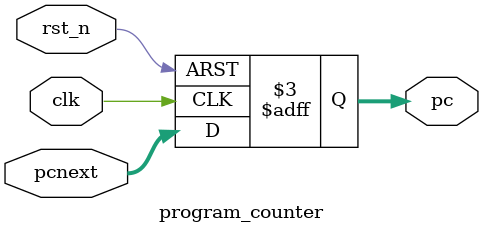
<source format=sv>
module program_counter (
    input  logic clk,
    input  logic rst_n,
    input  logic  [31:0] pcnext,
    output logic  [31:0] pc 
);
    always_ff @(posedge clk or negedge rst_n) begin
        if(!rst_n)
            pc <= 32'b0;
        else
            pc <= pcnext;
    end
endmodule
</source>
